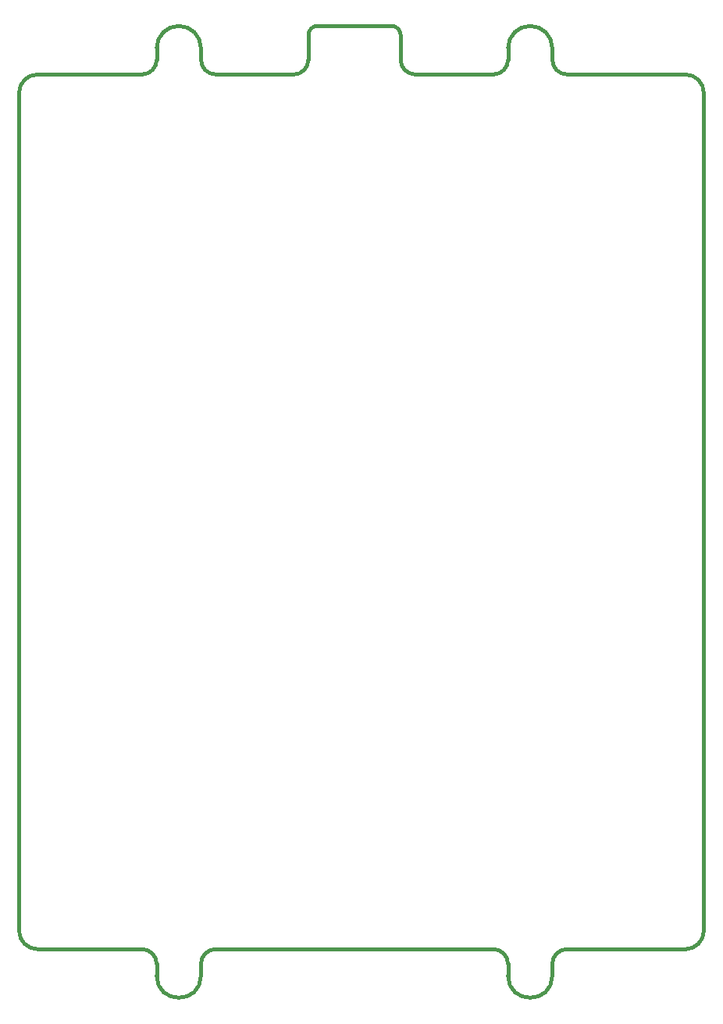
<source format=gbr>
%TF.GenerationSoftware,KiCad,Pcbnew,8.0.2*%
%TF.CreationDate,2025-12-13T15:13:10-08:00*%
%TF.ProjectId,mx-unsaver-numpad,6d782d75-6e73-4617-9665-722d6e756d70,rev?*%
%TF.SameCoordinates,Original*%
%TF.FileFunction,Profile,NP*%
%FSLAX46Y46*%
G04 Gerber Fmt 4.6, Leading zero omitted, Abs format (unit mm)*
G04 Created by KiCad (PCBNEW 8.0.2) date 2025-12-13 15:13:10*
%MOMM*%
%LPD*%
G01*
G04 APERTURE LIST*
%TA.AperFunction,Profile*%
%ADD10C,0.400000*%
%TD*%
G04 APERTURE END LIST*
D10*
X11925000Y-88375091D02*
X11925000Y-87109138D01*
X50025000Y-87109138D02*
G75*
G02*
X51625031Y-85509100I1600000J38D01*
G01*
X-7800000Y7308862D02*
X-7800000Y-83509038D01*
X50025000Y-88375091D02*
X50025000Y-87109138D01*
X-5799969Y-85509091D02*
G75*
G02*
X-7799922Y-83509038I-1J1999952D01*
G01*
X50025000Y-88375091D02*
G75*
G02*
X45225000Y-88375091I-2400000J0D01*
G01*
X-7799922Y-83509038D02*
X-7800000Y-83509038D01*
X13525131Y9308909D02*
X21981959Y9308909D01*
X50025078Y10908962D02*
X50025000Y10908962D01*
X24575031Y14574893D02*
X24575031Y14574909D01*
X7125000Y10908862D02*
G75*
G02*
X5531959Y9308905I-1599970J-2D01*
G01*
X33575078Y10908962D02*
X33575000Y10908962D01*
X7125000Y12174862D02*
X7125000Y10908862D01*
X23575000Y13574862D02*
G75*
G02*
X24575031Y14574890I1000030J-2D01*
G01*
X11925000Y-87109138D02*
G75*
G02*
X13525031Y-85509110I1600030J-2D01*
G01*
X23575000Y10908862D02*
G75*
G02*
X21981959Y9308905I-1599970J-2D01*
G01*
X7125000Y-88375091D02*
X7125000Y-87093342D01*
X-5799969Y9308893D02*
X-5799969Y9308909D01*
X35175131Y9308909D02*
X43631959Y9308909D01*
X-5799969Y9308909D02*
X5531959Y9308909D01*
X5525131Y-85509091D02*
G75*
G02*
X7125001Y-87093342I-101J-1600049D01*
G01*
X11925000Y-88375091D02*
G75*
G02*
X7125000Y-88375091I-2400000J0D01*
G01*
X7125000Y12174862D02*
G75*
G02*
X11924996Y12160330I2400020J8D01*
G01*
X51625131Y9308909D02*
G75*
G02*
X50025009Y10908962I-131J1599991D01*
G01*
X33575000Y10908962D02*
X33575000Y13587451D01*
X11925078Y10908962D02*
X11925000Y10908962D01*
X45225000Y12174862D02*
X45225000Y10908862D01*
X51625131Y9308909D02*
X64459031Y9308909D01*
X51625031Y-85509091D02*
X64466776Y-85509091D01*
X45225000Y-88375091D02*
X45225000Y-87093342D01*
X13525031Y-85509107D02*
X13525031Y-85509091D01*
X35175131Y9308909D02*
G75*
G02*
X33575009Y10908962I-131J1599991D01*
G01*
X64459031Y9308909D02*
G75*
G02*
X66458933Y7291414I-31J-2000009D01*
G01*
X50025000Y12160330D02*
X50025000Y10908962D01*
X-5799969Y-85509091D02*
X5525131Y-85509091D01*
X13525131Y9308909D02*
G75*
G02*
X11925079Y10908962I-101J1599951D01*
G01*
X43625131Y-85509091D02*
G75*
G02*
X45224931Y-87093343I-131J-1600009D01*
G01*
X45225000Y12174862D02*
G75*
G02*
X50024996Y12160330I2400020J8D01*
G01*
X66459000Y-83509138D02*
G75*
G02*
X64466776Y-85509085I-2000000J38D01*
G01*
X51625031Y-85509107D02*
X51625031Y-85509091D01*
X24575031Y14574909D02*
X32575031Y14574909D01*
X-7800000Y7308862D02*
G75*
G02*
X-5799969Y9308893I2000033J-2D01*
G01*
X32575031Y14574909D02*
G75*
G02*
X33574930Y13587450I-31J-1000009D01*
G01*
X66459000Y7291413D02*
X66459000Y-83509138D01*
X13525031Y-85509091D02*
X43625131Y-85509091D01*
X11925000Y12160330D02*
X11925000Y10908962D01*
X45225000Y10908862D02*
G75*
G02*
X43631959Y9308905I-1599970J-2D01*
G01*
X23575000Y10908862D02*
X23575000Y13574862D01*
M02*

</source>
